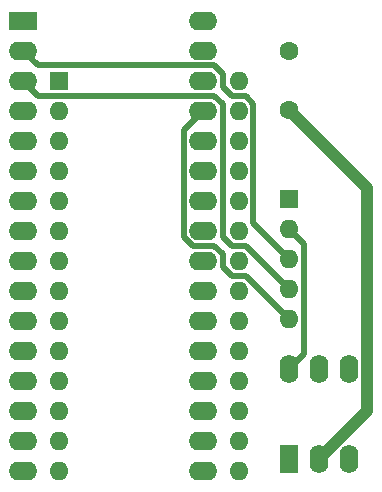
<source format=gbl>
%TF.GenerationSoftware,KiCad,Pcbnew,(6.0.1)*%
%TF.CreationDate,2022-01-31T15:08:43+08:00*%
%TF.ProjectId,BeeMultiROM,4265654d-756c-4746-9952-4f4d2e6b6963,rev?*%
%TF.SameCoordinates,Original*%
%TF.FileFunction,Copper,L2,Bot*%
%TF.FilePolarity,Positive*%
%FSLAX46Y46*%
G04 Gerber Fmt 4.6, Leading zero omitted, Abs format (unit mm)*
G04 Created by KiCad (PCBNEW (6.0.1)) date 2022-01-31 15:08:43*
%MOMM*%
%LPD*%
G01*
G04 APERTURE LIST*
%TA.AperFunction,ComponentPad*%
%ADD10C,1.600000*%
%TD*%
%TA.AperFunction,ComponentPad*%
%ADD11O,2.400000X1.600000*%
%TD*%
%TA.AperFunction,ComponentPad*%
%ADD12R,2.400000X1.600000*%
%TD*%
%TA.AperFunction,ComponentPad*%
%ADD13O,1.600000X1.600000*%
%TD*%
%TA.AperFunction,ComponentPad*%
%ADD14R,1.600000X1.600000*%
%TD*%
%TA.AperFunction,ComponentPad*%
%ADD15R,1.600000X2.400000*%
%TD*%
%TA.AperFunction,ComponentPad*%
%ADD16O,1.600000X2.400000*%
%TD*%
%TA.AperFunction,Conductor*%
%ADD17C,0.500000*%
%TD*%
%TA.AperFunction,Conductor*%
%ADD18C,1.000000*%
%TD*%
G04 APERTURE END LIST*
D10*
X161500000Y-35250000D03*
X161500000Y-30250000D03*
D11*
X154240000Y-27650000D03*
X139000000Y-65750000D03*
X154240000Y-30190000D03*
X139000000Y-63210000D03*
X154240000Y-32730000D03*
X139000000Y-60670000D03*
X154240000Y-35270000D03*
X139000000Y-58130000D03*
X154240000Y-37810000D03*
X139000000Y-55590000D03*
X154240000Y-40350000D03*
X139000000Y-53050000D03*
X154240000Y-42890000D03*
X139000000Y-50510000D03*
X154240000Y-45430000D03*
X139000000Y-47970000D03*
X154240000Y-47970000D03*
X139000000Y-45430000D03*
X154240000Y-50510000D03*
X139000000Y-42890000D03*
X154240000Y-53050000D03*
X139000000Y-40350000D03*
X154240000Y-55590000D03*
X139000000Y-37810000D03*
X154240000Y-58130000D03*
X139000000Y-35270000D03*
X154240000Y-60670000D03*
X139000000Y-32730000D03*
X154240000Y-63210000D03*
X139000000Y-30190000D03*
X154240000Y-65750000D03*
D12*
X139000000Y-27650000D03*
D13*
X157240000Y-32750000D03*
X142000000Y-65770000D03*
X157240000Y-35290000D03*
X142000000Y-63230000D03*
X157240000Y-37830000D03*
X142000000Y-60690000D03*
X157240000Y-40370000D03*
X142000000Y-58150000D03*
X157240000Y-42910000D03*
X142000000Y-55610000D03*
X157240000Y-45450000D03*
X142000000Y-53070000D03*
X157240000Y-47990000D03*
X142000000Y-50530000D03*
X157240000Y-50530000D03*
X142000000Y-47990000D03*
X157240000Y-53070000D03*
X142000000Y-45450000D03*
X157240000Y-55610000D03*
X142000000Y-42910000D03*
X157240000Y-58150000D03*
X142000000Y-40370000D03*
X157240000Y-60690000D03*
X142000000Y-37830000D03*
X157240000Y-63230000D03*
X142000000Y-35290000D03*
X157240000Y-65770000D03*
D14*
X142000000Y-32750000D03*
D15*
X161500000Y-64750000D03*
D16*
X166580000Y-57130000D03*
X164040000Y-64750000D03*
X164040000Y-57130000D03*
X166580000Y-64750000D03*
X161500000Y-57130000D03*
D13*
X161500000Y-52910000D03*
X161500000Y-50370000D03*
X161500000Y-47830000D03*
X161500000Y-45290000D03*
D14*
X161500000Y-42750000D03*
D17*
X152589990Y-36920010D02*
X154240000Y-35270000D01*
X153362209Y-46719990D02*
X152589990Y-45947771D01*
X152589990Y-45947771D02*
X152589990Y-36920010D01*
X155157771Y-46719990D02*
X153362209Y-46719990D01*
X155890010Y-47452229D02*
X155157771Y-46719990D01*
X155890010Y-48487771D02*
X155890010Y-47452229D01*
X156682238Y-49279999D02*
X155890010Y-48487771D01*
X157869999Y-49279999D02*
X156682238Y-49279999D01*
X161500000Y-52910000D02*
X157869999Y-49279999D01*
X155137781Y-34000000D02*
X140270000Y-34000000D01*
X155890010Y-45950012D02*
X155890010Y-34752229D01*
X140270000Y-34000000D02*
X139000000Y-32730000D01*
X156639999Y-46700001D02*
X155890010Y-45950012D01*
X155890010Y-34752229D02*
X155137781Y-34000000D01*
X157830001Y-46700001D02*
X156639999Y-46700001D01*
X161500000Y-50370000D02*
X157830001Y-46700001D01*
X140250010Y-31440010D02*
X139000000Y-30190000D01*
X155117791Y-31440010D02*
X140250010Y-31440010D01*
X155890010Y-32212229D02*
X155117791Y-31440010D01*
X155890010Y-33250012D02*
X155890010Y-32212229D01*
X156679997Y-34039999D02*
X155890010Y-33250012D01*
X157840001Y-34039999D02*
X156679997Y-34039999D01*
X158490001Y-34689999D02*
X157840001Y-34039999D01*
X158490001Y-44820001D02*
X158490001Y-34689999D01*
X161500000Y-47830000D02*
X158490001Y-44820001D01*
X162750001Y-55879999D02*
X161500000Y-57130000D01*
X162750001Y-46540001D02*
X162750001Y-55879999D01*
X161500000Y-45290000D02*
X162750001Y-46540001D01*
D18*
X168080010Y-60709990D02*
X164040000Y-64750000D01*
X168080010Y-41830010D02*
X168080010Y-60709990D01*
X161500000Y-35250000D02*
X168080010Y-41830010D01*
M02*

</source>
